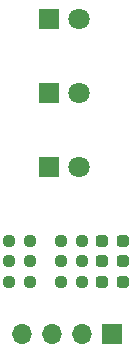
<source format=gbr>
%TF.GenerationSoftware,KiCad,Pcbnew,7.0.9*%
%TF.CreationDate,2024-01-22T13:50:01+01:00*%
%TF.ProjectId,traffic_light_module,74726166-6669-4635-9f6c-696768745f6d,rev?*%
%TF.SameCoordinates,Original*%
%TF.FileFunction,Soldermask,Top*%
%TF.FilePolarity,Negative*%
%FSLAX46Y46*%
G04 Gerber Fmt 4.6, Leading zero omitted, Abs format (unit mm)*
G04 Created by KiCad (PCBNEW 7.0.9) date 2024-01-22 13:50:01*
%MOMM*%
%LPD*%
G01*
G04 APERTURE LIST*
G04 Aperture macros list*
%AMRoundRect*
0 Rectangle with rounded corners*
0 $1 Rounding radius*
0 $2 $3 $4 $5 $6 $7 $8 $9 X,Y pos of 4 corners*
0 Add a 4 corners polygon primitive as box body*
4,1,4,$2,$3,$4,$5,$6,$7,$8,$9,$2,$3,0*
0 Add four circle primitives for the rounded corners*
1,1,$1+$1,$2,$3*
1,1,$1+$1,$4,$5*
1,1,$1+$1,$6,$7*
1,1,$1+$1,$8,$9*
0 Add four rect primitives between the rounded corners*
20,1,$1+$1,$2,$3,$4,$5,0*
20,1,$1+$1,$4,$5,$6,$7,0*
20,1,$1+$1,$6,$7,$8,$9,0*
20,1,$1+$1,$8,$9,$2,$3,0*%
G04 Aperture macros list end*
%ADD10R,1.800000X1.800000*%
%ADD11C,1.800000*%
%ADD12RoundRect,0.237500X-0.250000X-0.237500X0.250000X-0.237500X0.250000X0.237500X-0.250000X0.237500X0*%
%ADD13RoundRect,0.237500X0.287500X0.237500X-0.287500X0.237500X-0.287500X-0.237500X0.287500X-0.237500X0*%
%ADD14R,1.700000X1.700000*%
%ADD15O,1.700000X1.700000*%
%ADD16RoundRect,0.237500X0.250000X0.237500X-0.250000X0.237500X-0.250000X-0.237500X0.250000X-0.237500X0*%
G04 APERTURE END LIST*
D10*
%TO.C,D1*%
X157460000Y-68000000D03*
D11*
X160000000Y-68000000D03*
%TD*%
D12*
%TO.C,R2*%
X154087500Y-88500000D03*
X155912500Y-88500000D03*
%TD*%
D13*
%TO.C,D5*%
X163750000Y-90250000D03*
X162000000Y-90250000D03*
%TD*%
%TO.C,D4*%
X163750000Y-88500000D03*
X162000000Y-88500000D03*
%TD*%
%TO.C,D6*%
X163750000Y-86750000D03*
X162000000Y-86750000D03*
%TD*%
D10*
%TO.C,D2*%
X157475000Y-74250000D03*
D11*
X160015000Y-74250000D03*
%TD*%
D14*
%TO.C,J1*%
X162800000Y-94625000D03*
D15*
X160260000Y-94625000D03*
X157720000Y-94625000D03*
X155180000Y-94625000D03*
%TD*%
D16*
%TO.C,R4*%
X160287500Y-88500000D03*
X158462500Y-88500000D03*
%TD*%
%TO.C,R6*%
X160287500Y-86750000D03*
X158462500Y-86750000D03*
%TD*%
%TO.C,R5*%
X160287500Y-90250000D03*
X158462500Y-90250000D03*
%TD*%
D10*
%TO.C,D3*%
X157475000Y-80500000D03*
D11*
X160015000Y-80500000D03*
%TD*%
D12*
%TO.C,R1*%
X154087500Y-86750000D03*
X155912500Y-86750000D03*
%TD*%
%TO.C,R3*%
X154087500Y-90270000D03*
X155912500Y-90270000D03*
%TD*%
M02*

</source>
